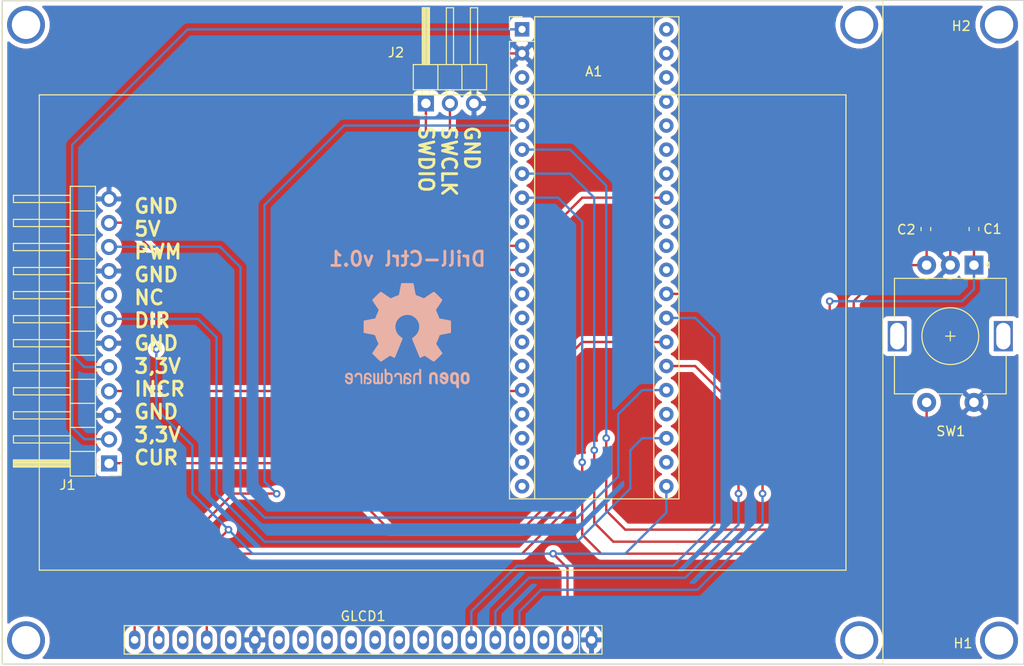
<source format=kicad_pcb>
(kicad_pcb (version 20171130) (host pcbnew 5.1.6)
  (layers (0 Front signal) (1 In1.Cu signal) (2 In2.Cu signal) (31 Back signal) (34 B.Paste user) (35 F.Paste user) (36 B.SilkS user) (37 F.SilkS user) (38 B.Mask user) (39 F.Mask user) (44 Edge.Cuts user))
  (net 0 "")
  (net 1 +3V3)
  (net 2 GND)
  (net 3 "Net-(A1-Pad3)")
  (net 4 "Net-(A1-Pad4)")
  (net 5 LCD_BL)
  (net 6 RTE_CCW)
  (net 7 RTE_CW)
  (net 8 RTE_BTN)
  (net 9 "Net-(A1-Pad9)")
  (net 10 SWCLK)
  (net 11 SWDIO)
  (net 12 "Net-(A1-Pad12)")
  (net 13 "Net-(A1-Pad13)")
  (net 14 "Net-(A1-Pad14)")
  (net 15 "Net-(A1-Pad15)")
  (net 16 INCR_IN)
  (net 17 "Net-(A1-Pad17)")
  (net 18 "Net-(A1-Pad18)")
  (net 19 "Net-(A1-Pad19)")
  (net 20 "Net-(A1-Pad20)")
  (net 21 +5V)
  (net 22 "Net-(A1-Pad22)")
  (net 23 ESC_DIR)
  (net 24 "Net-(A1-Pad24)")
  (net 25 ESC_PWM)
  (net 26 LCD_RW)
  (net 27 LCD_RESET)
  (net 28 LCD_E)
  (net 29 LCD_RS)
  (net 30 "Net-(A1-Pad30)")
  (net 31 "Net-(A1-Pad31)")
  (net 32 "Net-(A1-Pad32)")
  (net 33 CUR_ADC)
  (net 34 "Net-(A1-Pad34)")
  (net 35 "Net-(A1-Pad35)")
  (net 36 "Net-(A1-Pad36)")
  (net 37 "Net-(A1-Pad37)")
  (net 38 "Net-(A1-Pad38)")
  (net 39 "Net-(A1-Pad39)")
  (net 40 "Net-(A1-Pad40)")
  (net 41 "Net-(GLCD1-Pad3)")
  (net 42 "Net-(GLCD1-Pad7)")
  (net 43 "Net-(GLCD1-Pad8)")
  (net 44 "Net-(GLCD1-Pad9)")
  (net 45 "Net-(GLCD1-Pad10)")
  (net 46 "Net-(GLCD1-Pad11)")
  (net 47 "Net-(GLCD1-Pad12)")
  (net 48 "Net-(GLCD1-Pad13)")
  (net 49 "Net-(GLCD1-Pad14)")
  (net 50 "Net-(GLCD1-Pad16)")
  (net 51 "Net-(GLCD1-Pad18)")
  (net 52 "Net-(J1-Pad8)")
  (module Symbol:OSHW-Logo2_14.6x12mm_SilkScreen (layer Back) (at 98.9 90 180)
    (fp_text reference REF** hide)
    (fp_text value OSHW-Logo2_14.6x12mm_SilkScreen hide)
  )
  (module Connector_PinHeader_2.54mm:PinHeader_1x12_P2.54mm_Horizontal (layer Front) (at 67.4 103.5 180)
    (fp_text reference J1 (at 4.385 -2.27) (layer F.SilkS))
    (fp_text value Conn_01x12_MountingPin)
    (pad 12 thru_hole oval (at 0 27.94 180) (size 1.7 1.7) (drill 1) (layers *.Cu *.Mask) (net 2 GND))
    (pad 11 thru_hole oval (at 0 25.4 180) (size 1.7 1.7) (drill 1) (layers *.Cu *.Mask) (net 21 +5V))
    (pad 10 thru_hole oval (at 0 22.86 180) (size 1.7 1.7) (drill 1) (layers *.Cu *.Mask) (net 25 ESC_PWM))
    (pad 9 thru_hole oval (at 0 20.32 180) (size 1.7 1.7) (drill 1) (layers *.Cu *.Mask) (net 2 GND))
    (pad 8 thru_hole oval (at 0 17.78 180) (size 1.7 1.7) (drill 1) (layers *.Cu *.Mask) (net 52 "Net-(J1-Pad8)"))
    (pad 7 thru_hole oval (at 0 15.24 180) (size 1.7 1.7) (drill 1) (layers *.Cu *.Mask) (net 23 ESC_DIR))
    (pad 6 thru_hole oval (at 0 12.7 180) (size 1.7 1.7) (drill 1) (layers *.Cu *.Mask) (net 2 GND))
    (pad 5 thru_hole oval (at 0 10.16 180) (size 1.7 1.7) (drill 1) (layers *.Cu *.Mask) (net 1 +3V3))
    (pad 4 thru_hole oval (at 0 7.62 180) (size 1.7 1.7) (drill 1) (layers *.Cu *.Mask) (net 16 INCR_IN))
    (pad 3 thru_hole oval (at 0 5.08 180) (size 1.7 1.7) (drill 1) (layers *.Cu *.Mask) (net 2 GND))
    (pad 2 thru_hole oval (at 0 2.54 180) (size 1.7 1.7) (drill 1) (layers *.Cu *.Mask) (net 1 +3V3))
    (pad 1 thru_hole rect (at 0 0 180) (size 1.7 1.7) (drill 1) (layers *.Cu *.Mask) (net 33 CUR_ADC))
  )
  (module drill-ctrl:mount (layer Front) (at 157.59 122.2)
    (fp_text reference H1 (at 0 0.3) (layer F.SilkS))
    (fp_text value MountingHole)
    (pad 1 thru_hole circle (at 3.81 0) (size 4 4) (drill 3) (layers *.Cu *.Mask))
  )
  (module drill-ctrl:mount (layer Front) (at 157.59 57.15)
    (fp_text reference H2 (at -0.19 0.15) (layer F.SilkS))
    (fp_text value MountingHole)
    (pad 1 thru_hole circle (at 3.81 0) (size 4 4) (drill 3) (layers *.Cu *.Mask))
  )
  (module drill-ctrl:12864B (layer Front) (at 56.13 124.670001)
    (fp_text reference GLCD1 (at 38.1 -5.04 180) (layer F.SilkS))
    (fp_text value 12864B)
    (pad 21 thru_hole circle (at 90.5 -2.5) (size 4 4) (drill 3) (layers *.Cu *.Mask))
    (pad 21 thru_hole circle (at 90.5 -67.5) (size 4 4) (drill 3) (layers *.Cu *.Mask))
    (pad 21 thru_hole circle (at 2.5 -67.5) (size 4 4) (drill 3) (layers *.Cu *.Mask))
    (pad 21 thru_hole circle (at 2.5 -2.5) (size 4 4) (drill 3) (layers *.Cu *.Mask))
    (pad 20 thru_hole oval (at 13.97 -2.54 180) (size 1.2 2) (drill 0.8) (layers *.Cu *.Mask) (net 5 LCD_BL))
    (pad 19 thru_hole oval (at 16.51 -2.54 180) (size 1.2 2) (drill 0.8) (layers *.Cu *.Mask) (net 21 +5V))
    (pad 18 thru_hole oval (at 19.05 -2.54 180) (size 1.2 2) (drill 0.8) (layers *.Cu *.Mask) (net 51 "Net-(GLCD1-Pad18)"))
    (pad 17 thru_hole oval (at 21.59 -2.54 180) (size 1.2 2) (drill 0.8) (layers *.Cu *.Mask) (net 27 LCD_RESET))
    (pad 16 thru_hole oval (at 24.13 -2.54 180) (size 1.2 2) (drill 0.8) (layers *.Cu *.Mask) (net 50 "Net-(GLCD1-Pad16)"))
    (pad 15 thru_hole oval (at 26.67 -2.54 180) (size 1.2 2) (drill 0.8) (layers *.Cu *.Mask) (net 2 GND))
    (pad 14 thru_hole oval (at 29.21 -2.54 180) (size 1.2 2) (drill 0.8) (layers *.Cu *.Mask) (net 49 "Net-(GLCD1-Pad14)"))
    (pad 13 thru_hole oval (at 31.75 -2.54 180) (size 1.2 2) (drill 0.8) (layers *.Cu *.Mask) (net 48 "Net-(GLCD1-Pad13)"))
    (pad 12 thru_hole oval (at 34.29 -2.54 180) (size 1.2 2) (drill 0.8) (layers *.Cu *.Mask) (net 47 "Net-(GLCD1-Pad12)"))
    (pad 11 thru_hole oval (at 36.83 -2.54 180) (size 1.2 2) (drill 0.8) (layers *.Cu *.Mask) (net 46 "Net-(GLCD1-Pad11)"))
    (pad 10 thru_hole oval (at 39.37 -2.54 180) (size 1.2 2) (drill 0.8) (layers *.Cu *.Mask) (net 45 "Net-(GLCD1-Pad10)"))
    (pad 9 thru_hole oval (at 41.91 -2.54 180) (size 1.2 2) (drill 0.8) (layers *.Cu *.Mask) (net 44 "Net-(GLCD1-Pad9)"))
    (pad 8 thru_hole oval (at 44.45 -2.54 180) (size 1.2 2) (drill 0.8) (layers *.Cu *.Mask) (net 43 "Net-(GLCD1-Pad8)"))
    (pad 7 thru_hole oval (at 46.99 -2.54 180) (size 1.2 2) (drill 0.8) (layers *.Cu *.Mask) (net 42 "Net-(GLCD1-Pad7)"))
    (pad 6 thru_hole oval (at 49.53 -2.54 180) (size 1.2 2) (drill 0.8) (layers *.Cu *.Mask) (net 28 LCD_E))
    (pad 5 thru_hole oval (at 52.07 -2.54 180) (size 1.2 2) (drill 0.8) (layers *.Cu *.Mask) (net 26 LCD_RW))
    (pad 4 thru_hole oval (at 54.61 -2.54 180) (size 1.2 2) (drill 0.8) (layers *.Cu *.Mask) (net 29 LCD_RS))
    (pad 3 thru_hole oval (at 57.15 -2.54 180) (size 1.2 2) (drill 0.8) (layers *.Cu *.Mask) (net 41 "Net-(GLCD1-Pad3)"))
    (pad 2 thru_hole oval (at 59.69 -2.54 180) (size 1.2 2) (drill 0.8) (layers *.Cu *.Mask) (net 21 +5V))
    (pad 1 thru_hole oval (at 62.23 -2.54 180) (size 1.2 2) (drill 0.8) (layers *.Cu *.Mask) (net 2 GND))
  )
  (module Module:Maple_Mini (layer Front) (at 111.02 57.65)
    (fp_text reference A1 (at 7.58 4.45) (layer F.SilkS))
    (fp_text value Maple_Mini)
    (pad 1 thru_hole rect (at 0 0) (size 1.524 1.524) (drill 0.762) (layers *.Cu *.Mask) (net 1 +3V3))
    (pad 2 thru_hole circle (at 0 2.54) (size 1.524 1.524) (drill 0.762) (layers *.Cu *.Mask) (net 2 GND))
    (pad 3 thru_hole circle (at 0 5.08) (size 1.524 1.524) (drill 0.762) (layers *.Cu *.Mask) (net 3 "Net-(A1-Pad3)"))
    (pad 4 thru_hole circle (at 0 7.62) (size 1.524 1.524) (drill 0.762) (layers *.Cu *.Mask) (net 4 "Net-(A1-Pad4)"))
    (pad 5 thru_hole circle (at 0 10.16) (size 1.524 1.524) (drill 0.762) (layers *.Cu *.Mask) (net 5 LCD_BL))
    (pad 6 thru_hole circle (at 0 12.7) (size 1.524 1.524) (drill 0.762) (layers *.Cu *.Mask) (net 6 RTE_CCW))
    (pad 7 thru_hole circle (at 0 15.24) (size 1.524 1.524) (drill 0.762) (layers *.Cu *.Mask) (net 7 RTE_CW))
    (pad 8 thru_hole circle (at 0 17.78) (size 1.524 1.524) (drill 0.762) (layers *.Cu *.Mask) (net 8 RTE_BTN))
    (pad 9 thru_hole circle (at 0 20.32) (size 1.524 1.524) (drill 0.762) (layers *.Cu *.Mask) (net 9 "Net-(A1-Pad9)"))
    (pad 10 thru_hole circle (at 0 22.86) (size 1.524 1.524) (drill 0.762) (layers *.Cu *.Mask) (net 10 SWCLK))
    (pad 11 thru_hole circle (at 0 25.4) (size 1.524 1.524) (drill 0.762) (layers *.Cu *.Mask) (net 11 SWDIO))
    (pad 12 thru_hole circle (at 0 27.94) (size 1.524 1.524) (drill 0.762) (layers *.Cu *.Mask) (net 12 "Net-(A1-Pad12)"))
    (pad 13 thru_hole circle (at 0 30.48) (size 1.524 1.524) (drill 0.762) (layers *.Cu *.Mask) (net 13 "Net-(A1-Pad13)"))
    (pad 14 thru_hole circle (at 0 33.02) (size 1.524 1.524) (drill 0.762) (layers *.Cu *.Mask) (net 14 "Net-(A1-Pad14)"))
    (pad 15 thru_hole circle (at 0 35.56) (size 1.524 1.524) (drill 0.762) (layers *.Cu *.Mask) (net 15 "Net-(A1-Pad15)"))
    (pad 16 thru_hole circle (at 0 38.1) (size 1.524 1.524) (drill 0.762) (layers *.Cu *.Mask) (net 16 INCR_IN))
    (pad 17 thru_hole circle (at 0 40.64) (size 1.524 1.524) (drill 0.762) (layers *.Cu *.Mask) (net 17 "Net-(A1-Pad17)"))
    (pad 18 thru_hole circle (at 0 43.18) (size 1.524 1.524) (drill 0.762) (layers *.Cu *.Mask) (net 18 "Net-(A1-Pad18)"))
    (pad 19 thru_hole circle (at 0 45.72) (size 1.524 1.524) (drill 0.762) (layers *.Cu *.Mask) (net 19 "Net-(A1-Pad19)"))
    (pad 20 thru_hole circle (at 0 48.26) (size 1.524 1.524) (drill 0.762) (layers *.Cu *.Mask) (net 20 "Net-(A1-Pad20)"))
    (pad 21 thru_hole circle (at 15.24 48.26) (size 1.524 1.524) (drill 0.762) (layers *.Cu *.Mask) (net 21 +5V))
    (pad 22 thru_hole circle (at 15.24 45.72) (size 1.524 1.524) (drill 0.762) (layers *.Cu *.Mask) (net 22 "Net-(A1-Pad22)"))
    (pad 23 thru_hole circle (at 15.24 43.18) (size 1.524 1.524) (drill 0.762) (layers *.Cu *.Mask) (net 23 ESC_DIR))
    (pad 24 thru_hole circle (at 15.24 40.64) (size 1.524 1.524) (drill 0.762) (layers *.Cu *.Mask) (net 24 "Net-(A1-Pad24)"))
    (pad 25 thru_hole circle (at 15.24 38.1) (size 1.524 1.524) (drill 0.762) (layers *.Cu *.Mask) (net 25 ESC_PWM))
    (pad 26 thru_hole circle (at 15.24 35.56) (size 1.524 1.524) (drill 0.762) (layers *.Cu *.Mask) (net 26 LCD_RW))
    (pad 27 thru_hole circle (at 15.24 33.02) (size 1.524 1.524) (drill 0.762) (layers *.Cu *.Mask) (net 27 LCD_RESET))
    (pad 28 thru_hole circle (at 15.24 30.48) (size 1.524 1.524) (drill 0.762) (layers *.Cu *.Mask) (net 28 LCD_E))
    (pad 29 thru_hole circle (at 15.24 27.94) (size 1.524 1.524) (drill 0.762) (layers *.Cu *.Mask) (net 29 LCD_RS))
    (pad 30 thru_hole circle (at 15.24 25.4) (size 1.524 1.524) (drill 0.762) (layers *.Cu *.Mask) (net 30 "Net-(A1-Pad30)"))
    (pad 31 thru_hole circle (at 15.24 22.86) (size 1.524 1.524) (drill 0.762) (layers *.Cu *.Mask) (net 31 "Net-(A1-Pad31)"))
    (pad 32 thru_hole circle (at 15.24 20.32) (size 1.524 1.524) (drill 0.762) (layers *.Cu *.Mask) (net 32 "Net-(A1-Pad32)"))
    (pad 33 thru_hole circle (at 15.24 17.78) (size 1.524 1.524) (drill 0.762) (layers *.Cu *.Mask) (net 33 CUR_ADC))
    (pad 34 thru_hole circle (at 15.24 15.24) (size 1.524 1.524) (drill 0.762) (layers *.Cu *.Mask) (net 34 "Net-(A1-Pad34)"))
    (pad 35 thru_hole circle (at 15.24 12.7) (size 1.524 1.524) (drill 0.762) (layers *.Cu *.Mask) (net 35 "Net-(A1-Pad35)"))
    (pad 36 thru_hole circle (at 15.24 10.16) (size 1.524 1.524) (drill 0.762) (layers *.Cu *.Mask) (net 36 "Net-(A1-Pad36)"))
    (pad 37 thru_hole circle (at 15.24 7.62) (size 1.524 1.524) (drill 0.762) (layers *.Cu *.Mask) (net 37 "Net-(A1-Pad37)"))
    (pad 38 thru_hole circle (at 15.24 5.08) (size 1.524 1.524) (drill 0.762) (layers *.Cu *.Mask) (net 38 "Net-(A1-Pad38)"))
    (pad 39 thru_hole circle (at 15.24 2.54) (size 1.524 1.524) (drill 0.762) (layers *.Cu *.Mask) (net 39 "Net-(A1-Pad39)"))
    (pad 40 thru_hole circle (at 15.24 0) (size 1.524 1.524) (drill 0.762) (layers *.Cu *.Mask) (net 40 "Net-(A1-Pad40)"))
  )
  (module Capacitor_SMD:C_0603_1608Metric_Pad1.05x0.95mm_HandSolder (layer Front) (at 158.75 78.74 270)
    (fp_text reference C1 (at 0 -1.95 180) (layer F.SilkS))
    (fp_text value C)
    (pad 2 smd roundrect (at 0.875 0 270) (size 1.05 0.95) (layers Front F.Paste F.Mask) (net 6 RTE_CCW))
    (pad 1 smd roundrect (at -0.875 0 270) (size 1.05 0.95) (layers Front F.Paste F.Mask) (net 2 GND))
  )
  (module Capacitor_SMD:C_0603_1608Metric_Pad1.05x0.95mm_HandSolder (layer Front) (at 153.67 78.74 90)
    (fp_text reference C2 (at -0.06 -2.07 180) (layer F.SilkS))
    (fp_text value C)
    (pad 1 smd roundrect (at -0.875 0 90) (size 1.05 0.95) (layers Front F.Paste F.Mask) (net 7 RTE_CW))
    (pad 2 smd roundrect (at 0.875 0 90) (size 1.05 0.95) (layers Front F.Paste F.Mask) (net 2 GND))
  )
  (module Connector_PinHeader_2.54mm:PinHeader_1x03_P2.54mm_Horizontal (layer Front) (at 100.86 65.47 90)
    (fp_text reference J2 (at 5.37 -3.16 180) (layer F.SilkS))
    (fp_text value Conn_01x03)
    (pad 1 thru_hole rect (at 0 0 90) (size 1.7 1.7) (drill 1) (layers *.Cu *.Mask) (net 11 SWDIO))
    (pad 2 thru_hole oval (at 0 2.54 90) (size 1.7 1.7) (drill 1) (layers *.Cu *.Mask) (net 10 SWCLK))
    (pad 3 thru_hole oval (at 0 5.08 90) (size 1.7 1.7) (drill 1) (layers *.Cu *.Mask) (net 2 GND))
  )
  (module Rotary_Encoder:RotaryEncoder_Alps_EC11E-Switch_Vertical_H20mm (layer Front) (at 158.75 82.55 270)
    (fp_text reference SW1 (at 17.55 2.45 180) (layer F.SilkS))
    (fp_text value Rotary_Encoder_Switch)
    (pad S1 thru_hole circle (at 14.5 5 270) (size 2 2) (drill 1) (layers *.Cu *.Mask) (net 8 RTE_BTN))
    (pad S2 thru_hole circle (at 14.5 0 270) (size 2 2) (drill 1) (layers *.Cu *.Mask) (net 2 GND))
    (pad MP thru_hole rect (at 7.5 8.1 270) (size 3.2 2) (drill oval 2.8 1.5) (layers *.Cu *.Mask))
    (pad MP thru_hole rect (at 7.5 -3.1 270) (size 3.2 2) (drill oval 2.8 1.5) (layers *.Cu *.Mask))
    (pad B thru_hole circle (at 0 5 270) (size 2 2) (drill 1) (layers *.Cu *.Mask) (net 7 RTE_CW))
    (pad C thru_hole circle (at 0 2.5 270) (size 2 2) (drill 1) (layers *.Cu *.Mask) (net 2 GND))
    (pad A thru_hole rect (at 0 0 270) (size 2 2) (drill 1) (layers *.Cu *.Mask) (net 6 RTE_CCW))
  )
  (gr_line (start 164 54.6) (end 164 124.7) (layer Edge.Cuts) (width 0.1))
  (gr_line (start 56.1 54.6) (end 164 54.6) (layer Edge.Cuts) (width 0.1))
  (gr_line (start 56.1 124.7) (end 56.1 54.6) (layer Edge.Cuts) (width 0.1))
  (gr_line (start 164 124.7) (end 56.1 124.7) (layer Edge.Cuts) (width 0.1))
  (gr_text "Drill-Ctrl v0.1" (at 98.9 81.9) (layer B.SilkS) (effects (font (size 1.5 1.5) (thickness 0.3)) (justify mirror)))
  (gr_text "GND\nSWCLK\nSWDIO" (at 103.3 67.7 270) (layer F.SilkS) (effects (font (size 1.5 1.5) (thickness 0.3)) (justify left)))
  (gr_text "GND\n5V\nPWM\nGND\nNC\nDIR\nGND\n3,3V\nINCR\nGND\n3,3V\nCUR" (at 69.9 89.6) (layer F.SilkS) (effects (font (size 1.5 1.5) (thickness 0.3)) (justify left)))
  (segment (start 64.77 100.93) (end 67.31 100.93) (width 0.25) (layer Back) (net 1))
  (segment (start 63.5 99.66) (end 64.77 100.93) (width 0.25) (layer Back) (net 1))
  (segment (start 64.77 93.31) (end 63.5 92.04) (width 0.25) (layer Back) (net 1))
  (segment (start 67.31 93.31) (end 64.77 93.31) (width 0.25) (layer Back) (net 1))
  (segment (start 63.5 92.04) (end 63.5 99.66) (width 0.25) (layer Back) (net 1))
  (segment (start 63.5 69.85) (end 63.5 91.44) (width 0.25) (layer Back) (net 1))
  (segment (start 75.7 57.65) (end 63.5 69.85) (width 0.25) (layer Back) (net 1))
  (segment (start 111.02 57.65) (end 75.7 57.65) (width 0.25) (layer Back) (net 1))
  (segment (start 63.5 92.04) (end 63.5 91.44) (width 0.254) (layer Back) (net 1))
  (segment (start 104.67 62.93) (end 105.94 64.2) (width 0.25) (layer Front) (net 2))
  (segment (start 105.94 64.2) (end 105.94 65.47) (width 0.25) (layer Front) (net 2))
  (segment (start 111.02 60.19) (end 107.21 60.19) (width 0.25) (layer Front) (net 2))
  (segment (start 107.21 60.39) (end 104.67 62.93) (width 0.25) (layer Front) (net 2))
  (segment (start 67.31 75.53) (end 64.77 75.53) (width 0.25) (layer Front) (net 2))
  (segment (start 64.77 75.53) (end 63.5 76.8) (width 0.25) (layer Front) (net 2))
  (segment (start 64.77 98.39) (end 67.31 98.39) (width 0.25) (layer Front) (net 2))
  (segment (start 63.5 97.12) (end 64.77 98.39) (width 0.25) (layer Front) (net 2))
  (segment (start 64.77 83.15) (end 63.5 84.42) (width 0.25) (layer Front) (net 2))
  (segment (start 67.31 83.15) (end 64.77 83.15) (width 0.25) (layer Front) (net 2))
  (segment (start 63.5 76.8) (end 63.5 84.42) (width 0.25) (layer Front) (net 2))
  (segment (start 64.77 90.77) (end 63.5 89.5) (width 0.25) (layer Front) (net 2))
  (segment (start 67.31 90.77) (end 64.77 90.77) (width 0.25) (layer Front) (net 2))
  (segment (start 63.5 89.5) (end 63.5 97.12) (width 0.25) (layer Front) (net 2))
  (segment (start 63.5 84.42) (end 63.5 89.5) (width 0.25) (layer Front) (net 2))
  (segment (start 82.8 117.09) (end 82.8 122.130001) (width 0.25) (layer Back) (net 2))
  (segment (start 73.66 107.95) (end 82.8 117.09) (width 0.25) (layer Back) (net 2))
  (segment (start 73.66 101.6) (end 73.66 107.95) (width 0.25) (layer Back) (net 2))
  (segment (start 70.45 98.39) (end 73.66 101.6) (width 0.25) (layer Back) (net 2))
  (segment (start 67.31 98.39) (end 70.45 98.39) (width 0.25) (layer Back) (net 2))
  (segment (start 67.31 75.53) (end 81.17 75.53) (width 0.25) (layer Front) (net 2))
  (segment (start 93.77 62.93) (end 100.57 62.93) (width 0.25) (layer Front) (net 2))
  (segment (start 81.17 75.53) (end 93.77 62.93) (width 0.25) (layer Front) (net 2))
  (segment (start 100.57 62.93) (end 104.67 62.93) (width 0.25) (layer Front) (net 2))
  (segment (start 99.59 62.93) (end 100.57 62.93) (width 0.25) (layer Front) (net 2))
  (segment (start 156.25 77.88) (end 156.265 77.865) (width 0.25) (layer Front) (net 2))
  (segment (start 156.265 77.865) (end 158.75 77.865) (width 0.25) (layer Front) (net 2))
  (segment (start 156.25 82.55) (end 156.25 77.88) (width 0.25) (layer Front) (net 2))
  (segment (start 153.67 77.865) (end 156.265 77.865) (width 0.25) (layer Front) (net 2))
  (via (at 85.1 106.7) (size 0.8) (drill 0.4) (layers Front Back) (net 5))
  (segment (start 70.1 122.130001) (end 70.1 117.09) (width 0.25) (layer Front) (net 5))
  (segment (start 80.51 106.68) (end 85.09 106.68) (width 0.25) (layer Front) (net 5))
  (segment (start 70.1 117.09) (end 80.51 106.68) (width 0.25) (layer Front) (net 5))
  (segment (start 83.82 105.41) (end 85.09 106.68) (width 0.25) (layer Back) (net 5))
  (segment (start 83.82 76.2) (end 83.82 105.41) (width 0.25) (layer Back) (net 5))
  (segment (start 92.21 67.81) (end 83.82 76.2) (width 0.25) (layer Back) (net 5))
  (segment (start 111.02 67.81) (end 92.21 67.81) (width 0.25) (layer Back) (net 5))
  (segment (start 111.02 70.35) (end 116.1 70.35) (width 0.25) (layer Back) (net 6))
  (segment (start 116.1 70.35) (end 119.91 74.16) (width 0.25) (layer Back) (net 6))
  (segment (start 119.91 74.16) (end 119.91 99.56) (width 0.25) (layer Back) (net 6))
  (segment (start 119.91 99.56) (end 119.91 100.83) (width 0.25) (layer Back) (net 6))
  (segment (start 119.91 100.83) (end 119.91 100.83) (width 0.25) (layer Back) (net 6))
  (via (at 119.91 100.83) (size 0.8) (drill 0.4) (layers Front Back) (net 6))
  (segment (start 138.43 110.49) (end 143.51 105.41) (width 0.25) (layer Front) (net 6))
  (segment (start 158.75 79.615) (end 158.75 82.55) (width 0.25) (layer Front) (net 6))
  (segment (start 119.91 107.95) (end 119.91 108.48) (width 0.25) (layer Front) (net 6))
  (segment (start 119.91 108.48) (end 121.92 110.49) (width 0.25) (layer Front) (net 6))
  (segment (start 121.92 110.49) (end 138.43 110.49) (width 0.25) (layer Front) (net 6))
  (segment (start 143.51 86.36) (end 143.51 86.36) (width 0.25) (layer Front) (net 6))
  (segment (start 143.51 86.36) (end 143.51 105.41) (width 0.25) (layer Front) (net 6))
  (via (at 143.51 86.36) (size 0.8) (drill 0.4) (layers Front Back) (net 6))
  (segment (start 158.75 82.55) (end 158.75 85.09) (width 0.25) (layer Back) (net 6))
  (segment (start 158.75 85.09) (end 157.48 86.36) (width 0.25) (layer Back) (net 6))
  (segment (start 157.48 86.36) (end 143.51 86.36) (width 0.25) (layer Back) (net 6))
  (segment (start 119.91 107.95) (end 119.91 100.83) (width 0.25) (layer Front) (net 6))
  (segment (start 111.02 72.89) (end 116.1 72.89) (width 0.25) (layer Back) (net 7))
  (segment (start 116.1 72.89) (end 118.64 75.43) (width 0.25) (layer Back) (net 7))
  (segment (start 118.64 75.43) (end 118.64 102.1) (width 0.25) (layer Back) (net 7))
  (segment (start 118.64 102.1) (end 118.64 102.1) (width 0.25) (layer Back) (net 7))
  (via (at 118.64 102.1) (size 0.8) (drill 0.4) (layers Front Back) (net 7))
  (segment (start 153.75 79.695) (end 153.67 79.615) (width 0.25) (layer Front) (net 7))
  (segment (start 153.75 82.55) (end 153.75 79.695) (width 0.25) (layer Front) (net 7))
  (segment (start 139.7 111.76) (end 120.65 111.76) (width 0.25) (layer Front) (net 7))
  (segment (start 146.05 105.41) (end 139.7 111.76) (width 0.25) (layer Front) (net 7))
  (segment (start 146.05 86.36) (end 146.05 105.41) (width 0.25) (layer Front) (net 7))
  (segment (start 120.65 111.76) (end 118.64 109.75) (width 0.25) (layer Front) (net 7))
  (segment (start 149.86 82.55) (end 146.05 86.36) (width 0.25) (layer Front) (net 7))
  (segment (start 153.75 82.55) (end 149.86 82.55) (width 0.25) (layer Front) (net 7))
  (segment (start 118.64 109.75) (end 118.64 102.1) (width 0.25) (layer Front) (net 7))
  (segment (start 111.02 75.43) (end 113.56 75.43) (width 0.25) (layer Back) (net 8))
  (segment (start 113.56 75.43) (end 114.83 75.43) (width 0.25) (layer Back) (net 8))
  (segment (start 114.83 75.43) (end 117.37 77.97) (width 0.25) (layer Back) (net 8))
  (segment (start 117.37 77.97) (end 117.37 103.37) (width 0.25) (layer Back) (net 8))
  (segment (start 117.37 103.37) (end 117.37 103.37) (width 0.25) (layer Back) (net 8))
  (via (at 117.37 103.37) (size 0.8) (drill 0.4) (layers Front Back) (net 8))
  (segment (start 153.75 100.25) (end 153.75 97.05) (width 0.25) (layer Front) (net 8))
  (segment (start 140.97 113.03) (end 153.75 100.25) (width 0.25) (layer Front) (net 8))
  (segment (start 119.38 113.03) (end 140.97 113.03) (width 0.25) (layer Front) (net 8))
  (segment (start 117.37 111.02) (end 119.38 113.03) (width 0.25) (layer Front) (net 8))
  (segment (start 117.37 111.02) (end 117.37 103.37) (width 0.25) (layer Front) (net 8))
  (segment (start 103.4 65.27) (end 103.4 77.97) (width 0.25) (layer Front) (net 10))
  (segment (start 105.94 80.51) (end 111.02 80.51) (width 0.25) (layer Front) (net 10))
  (segment (start 103.4 77.97) (end 105.94 80.51) (width 0.25) (layer Front) (net 10))
  (segment (start 100.86 65.27) (end 100.86 79.24) (width 0.25) (layer Front) (net 11))
  (segment (start 104.67 83.05) (end 111.02 83.05) (width 0.25) (layer Front) (net 11))
  (segment (start 100.86 79.24) (end 104.67 83.05) (width 0.25) (layer Front) (net 11))
  (segment (start 110.92 95.85) (end 111.02 95.75) (width 0.25) (layer Front) (net 16))
  (segment (start 67.31 95.85) (end 110.92 95.85) (width 0.25) (layer Front) (net 16))
  (segment (start 72.39 91.44) (end 72.39 91.44) (width 0.25) (layer Front) (net 21))
  (via (at 72.39 91.44) (size 0.8) (drill 0.4) (layers Front Back) (net 21))
  (segment (start 72.39 91.44) (end 72.39 91.44) (width 0.25) (layer Front) (net 21))
  (via (at 72.39 91.44) (size 0.8) (drill 0.4) (layers Front Back) (net 21))
  (segment (start 72.39 91.44) (end 72.39 96.52) (width 0.25) (layer Back) (net 21))
  (segment (start 72.39 96.52) (end 72.39 97.79) (width 0.25) (layer Back) (net 21))
  (segment (start 72.39 97.79) (end 76.2 101.6) (width 0.25) (layer Back) (net 21))
  (segment (start 76.2 101.6) (end 76.2 106.68) (width 0.25) (layer Back) (net 21))
  (segment (start 76.2 106.68) (end 80.01 110.49) (width 0.25) (layer Back) (net 21))
  (segment (start 80.01 110.49) (end 80.01 110.49) (width 0.25) (layer Back) (net 21))
  (via (at 80.01 110.49) (size 0.8) (drill 0.4) (layers Front Back) (net 21))
  (segment (start 72.64 117.86) (end 80.01 110.49) (width 0.25) (layer Front) (net 21))
  (segment (start 72.64 122.130001) (end 72.64 117.86) (width 0.25) (layer Front) (net 21))
  (via (at 114.3 113.03) (size 0.8) (drill 0.4) (layers Front Back) (net 21))
  (segment (start 67.31 78.07) (end 69.07 78.07) (width 0.25) (layer Front) (net 21))
  (segment (start 72.39 81.39) (end 72.39 91.44) (width 0.25) (layer Front) (net 21))
  (segment (start 69.07 78.07) (end 72.39 81.39) (width 0.25) (layer Front) (net 21))
  (segment (start 126.26 108.69) (end 126.26 105.41) (width 0.25) (layer Back) (net 21))
  (segment (start 121.92 113.03) (end 126.26 108.69) (width 0.25) (layer Back) (net 21))
  (segment (start 114.3 113.03) (end 121.92 113.03) (width 0.25) (layer Back) (net 21))
  (segment (start 115.82 114.55) (end 115.82 122.130001) (width 0.25) (layer Front) (net 21))
  (segment (start 114.3 113.03) (end 115.82 114.55) (width 0.25) (layer Front) (net 21))
  (segment (start 82.55 113.03) (end 109.57 113.03) (width 0.25) (layer Back) (net 21))
  (segment (start 109.57 113.03) (end 109.22 113.03) (width 0.25) (layer Back) (net 21))
  (segment (start 80.01 110.49) (end 82.55 113.03) (width 0.25) (layer Back) (net 21))
  (segment (start 114.3 113.03) (end 109.57 113.03) (width 0.25) (layer Back) (net 21))
  (segment (start 76.8 88.23) (end 67.31 88.23) (width 0.25) (layer Back) (net 23))
  (segment (start 78.74 90.17) (end 76.8 88.23) (width 0.25) (layer Back) (net 23))
  (segment (start 78.74 106.68) (end 78.74 90.17) (width 0.25) (layer Back) (net 23))
  (segment (start 116.84 111.76) (end 83.82 111.76) (width 0.25) (layer Back) (net 23))
  (segment (start 122.45 106.15) (end 116.84 111.76) (width 0.25) (layer Back) (net 23))
  (segment (start 83.82 111.76) (end 78.74 106.68) (width 0.25) (layer Back) (net 23))
  (segment (start 122.45 102.1) (end 122.45 106.15) (width 0.25) (layer Back) (net 23))
  (segment (start 123.72 100.83) (end 122.45 102.1) (width 0.25) (layer Back) (net 23))
  (segment (start 126.26 100.83) (end 123.72 100.83) (width 0.25) (layer Back) (net 23))
  (segment (start 123.72 95.75) (end 126.26 95.75) (width 0.25) (layer Back) (net 25))
  (segment (start 121.18 98.29) (end 123.72 95.75) (width 0.25) (layer Back) (net 25))
  (segment (start 121.18 103.37) (end 121.18 98.29) (width 0.25) (layer Back) (net 25))
  (segment (start 83.82 109.22) (end 100.33 109.22) (width 0.25) (layer Back) (net 25))
  (segment (start 81.28 106.68) (end 83.82 109.22) (width 0.25) (layer Back) (net 25))
  (segment (start 67.31 80.61) (end 79.11 80.61) (width 0.25) (layer Back) (net 25))
  (segment (start 79.11 80.61) (end 81.28 82.78) (width 0.25) (layer Back) (net 25))
  (segment (start 81.28 89.22) (end 81.28 106.68) (width 0.25) (layer Back) (net 25))
  (segment (start 81.28 82.78) (end 81.28 89.22) (width 0.25) (layer Back) (net 25))
  (segment (start 81.28 88.9) (end 81.28 89.22) (width 0.25) (layer Back) (net 25))
  (segment (start 121.18 104.88) (end 116.84 109.22) (width 0.25) (layer Back) (net 25))
  (segment (start 116.84 109.22) (end 100.33 109.22) (width 0.25) (layer Back) (net 25))
  (segment (start 121.18 103.37) (end 121.18 104.88) (width 0.25) (layer Back) (net 25))
  (segment (start 133.88 106.68) (end 133.88 106.68) (width 0.25) (layer Front) (net 26))
  (via (at 133.88 106.68) (size 0.8) (drill 0.4) (layers Front Back) (net 26))
  (segment (start 133.88 107.95) (end 133.88 106.68) (width 0.25) (layer Back) (net 26))
  (segment (start 133.88 109.96) (end 133.88 107.95) (width 0.25) (layer Back) (net 26))
  (segment (start 128.27 115.57) (end 133.88 109.96) (width 0.25) (layer Back) (net 26))
  (segment (start 111.76 115.57) (end 128.27 115.57) (width 0.25) (layer Back) (net 26))
  (segment (start 108.2 119.13) (end 111.76 115.57) (width 0.25) (layer Back) (net 26))
  (segment (start 108.2 122.130001) (end 108.2 119.13) (width 0.25) (layer Back) (net 26))
  (segment (start 133.88 97.79) (end 133.88 106.68) (width 0.25) (layer Front) (net 26))
  (segment (start 129.3 93.21) (end 133.88 97.79) (width 0.25) (layer Front) (net 26))
  (segment (start 126.26 93.21) (end 129.3 93.21) (width 0.25) (layer Front) (net 26))
  (segment (start 81.28 113.03) (end 77.72 116.59) (width 0.25) (layer Front) (net 27))
  (segment (start 111.02 113.03) (end 81.28 113.03) (width 0.25) (layer Front) (net 27))
  (segment (start 77.72 116.59) (end 77.72 122.130001) (width 0.25) (layer Front) (net 27))
  (segment (start 116.1 107.95) (end 111.02 113.03) (width 0.25) (layer Front) (net 27))
  (segment (start 116.1 91.94) (end 116.1 107.95) (width 0.25) (layer Front) (net 27))
  (segment (start 117.37 90.67) (end 116.1 91.94) (width 0.25) (layer Front) (net 27))
  (segment (start 126.26 90.67) (end 117.37 90.67) (width 0.25) (layer Front) (net 27))
  (segment (start 105.66 119.13) (end 105.66 122.130001) (width 0.25) (layer Back) (net 28))
  (segment (start 110.49 114.3) (end 105.66 119.13) (width 0.25) (layer Back) (net 28))
  (segment (start 127 114.3) (end 110.49 114.3) (width 0.25) (layer Back) (net 28))
  (segment (start 131.34 109.96) (end 127 114.3) (width 0.25) (layer Back) (net 28))
  (segment (start 131.34 90.17) (end 131.34 109.96) (width 0.25) (layer Back) (net 28))
  (segment (start 129.3 88.13) (end 131.34 90.17) (width 0.25) (layer Back) (net 28))
  (segment (start 126.26 88.13) (end 129.3 88.13) (width 0.25) (layer Back) (net 28))
  (segment (start 136.42 106.68) (end 136.42 106.68) (width 0.25) (layer Front) (net 29))
  (via (at 136.42 106.68) (size 0.8) (drill 0.4) (layers Front Back) (net 29))
  (segment (start 136.42 109.96) (end 136.42 107.95) (width 0.25) (layer Back) (net 29))
  (segment (start 129.54 116.84) (end 136.42 109.96) (width 0.25) (layer Back) (net 29))
  (segment (start 113.03 116.84) (end 129.54 116.84) (width 0.25) (layer Back) (net 29))
  (segment (start 110.74 119.13) (end 113.03 116.84) (width 0.25) (layer Back) (net 29))
  (segment (start 136.42 107.95) (end 136.42 106.68) (width 0.25) (layer Back) (net 29))
  (segment (start 110.74 122.130001) (end 110.74 119.13) (width 0.25) (layer Back) (net 29))
  (segment (start 136.42 92.71) (end 136.42 106.68) (width 0.25) (layer Front) (net 29))
  (segment (start 129.3 85.59) (end 136.42 92.71) (width 0.25) (layer Front) (net 29))
  (segment (start 126.26 85.59) (end 129.3 85.59) (width 0.25) (layer Front) (net 29))
  (segment (start 121.18 75.43) (end 126.26 75.43) (width 0.25) (layer Front) (net 33))
  (segment (start 117.37 75.43) (end 121.18 75.43) (width 0.25) (layer Front) (net 33))
  (segment (start 113.56 79.24) (end 117.37 75.43) (width 0.25) (layer Front) (net 33))
  (segment (start 96.99 110.49) (end 111.02 110.49) (width 0.25) (layer Front) (net 33))
  (segment (start 113.56 107.95) (end 113.56 79.24) (width 0.25) (layer Front) (net 33))
  (segment (start 89.97 103.47) (end 96.99 110.49) (width 0.25) (layer Front) (net 33))
  (segment (start 111.02 110.49) (end 113.56 107.95) (width 0.25) (layer Front) (net 33))
  (segment (start 67.31 103.47) (end 89.97 103.47) (width 0.25) (layer Front) (net 33))
  (zone (net 2) (net_name GND) (layer Back) (connect_pads (clearance 0.508)) (min_thickness 0.254) (fill yes (arc_segments 32) (thermal_gap 0.508) (thermal_bridge_width 0.508))
    (polygon (pts (xy 164 124.7) (xy 56.1 124.7) (xy 56.1 54.61) (xy 164 54.6)))
  )
  (zone (net 2) (net_name GND) (layer Front) (connect_pads (clearance 0.508)) (min_thickness 0.254) (fill yes (arc_segments 32) (thermal_gap 0.508) (thermal_bridge_width 0.508))
    (polygon (pts (xy 164 124.7) (xy 56.13 124.7) (xy 56.1 54.61) (xy 164 54.6)))
  )
)
</source>
